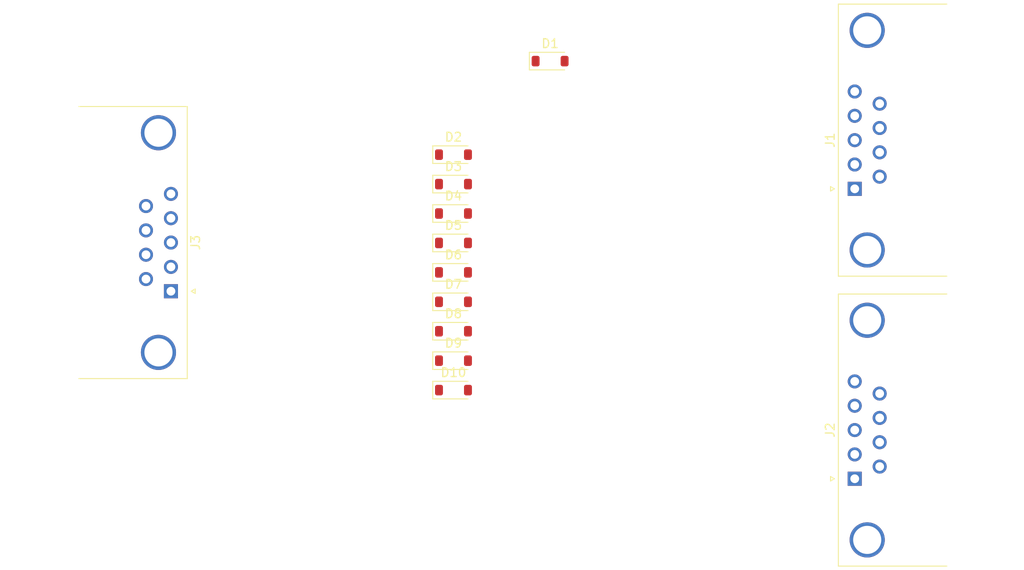
<source format=kicad_pcb>
(kicad_pcb (version 20240108) (generator "pcbnew") (generator_version "8.0")
  (layers (0 "F.Cu" signal) (31 "B.Cu" signal) (34 "B.Paste" user) (35 "F.Paste" user) (36 "B.SilkS" user "B.Silkscreen") (37 "F.SilkS" user "F.Silkscreen") (38 "B.Mask" user) (39 "F.Mask" user) (44 "Edge.Cuts" user))
  (net 0 "")
  (net 12 "Net-(D1-A)")
  (net 13 "Net-(D1-K)")
  (net 14 "Net-(D2-K)")
  (net 15 "Net-(D2-A)")
  (net 16 "Net-(D3-K)")
  (net 17 "Net-(D3-A)")
  (net 18 "Net-(D4-K)")
  (net 19 "Net-(D4-A)")
  (net 20 "Net-(D10-A)")
  (net 21 "Net-(D5-K)")
  (net 22 "Net-(D6-K)")
  (net 23 "Net-(D7-K)")
  (net 24 "Net-(D8-K)")
  (net 25 "Net-(D9-K)")
  (net 26 "Net-(D10-K)")
  (net 27 "Net-(J1-Pad8)")
  (net 28 "Net-(J2-Pad8)")
  (footprint "Diode_SMD:D_SOD-123" (layer "F.Cu") (at 144 89.85)
    (property "Reference" "D4" (at 0 -2 0) (layer "F.SilkS"))
    (property "Value" "1N4148W")
    (fp_line (start -2.36 -1) (end -2.36 1) (stroke (width 0.12)) (layer "F.SilkS"))
    (fp_line (start -2.36 -1) (end 1.65 -1) (stroke (width 0.12)) (layer "F.SilkS"))
    (fp_line (start -2.36 1) (end 1.65 1) (stroke (width 0.12)) (layer "F.SilkS"))
    (pad "1" smd roundrect (at -1.65 0) (size 0.9 1.2) (layers "F.Cu" "F.Paste" "F.Mask") (net 18 "Net-(D4-K)"))
    (pad "2" smd roundrect (at 1.65 0) (size 0.9 1.2) (layers "F.Cu" "F.Paste" "F.Mask") (net 19 "Net-(D4-A)"))
  )
  (footprint "Diode_SMD:D_SOD-123" (layer "F.Cu") (at 144 83.15)
    (property "Reference" "D2" (at 0 -2 0) (layer "F.SilkS"))
    (property "Value" "1N4148W")
    (fp_line (start -2.36 -1) (end -2.36 1) (stroke (width 0.12)) (layer "F.SilkS"))
    (fp_line (start -2.36 -1) (end 1.65 -1) (stroke (width 0.12)) (layer "F.SilkS"))
    (fp_line (start -2.36 1) (end 1.65 1) (stroke (width 0.12)) (layer "F.SilkS"))
    (pad "1" smd roundrect (at -1.65 0) (size 0.9 1.2) (layers "F.Cu" "F.Paste" "F.Mask") (net 14 "Net-(D2-K)"))
    (pad "2" smd roundrect (at 1.65 0) (size 0.9 1.2) (layers "F.Cu" "F.Paste" "F.Mask") (net 15 "Net-(D2-A)"))
  )
  (footprint "Diode_SMD:D_SOD-123" (layer "F.Cu") (at 144 99.9)
    (property "Reference" "D7" (at 0 -2 0) (layer "F.SilkS"))
    (property "Value" "1N4148W")
    (fp_line (start -2.36 -1) (end -2.36 1) (stroke (width 0.12)) (layer "F.SilkS"))
    (fp_line (start -2.36 -1) (end 1.65 -1) (stroke (width 0.12)) (layer "F.SilkS"))
    (fp_line (start -2.36 1) (end 1.65 1) (stroke (width 0.12)) (layer "F.SilkS"))
    (pad "1" smd roundrect (at -1.65 0) (size 0.9 1.2) (layers "F.Cu" "F.Paste" "F.Mask") (net 23 "Net-(D7-K)"))
    (pad "2" smd roundrect (at 1.65 0) (size 0.9 1.2) (layers "F.Cu" "F.Paste" "F.Mask") (net 15 "Net-(D2-A)"))
  )
  (footprint "Diode_SMD:D_SOD-123" (layer "F.Cu") (at 144 86.5)
    (property "Reference" "D3" (at 0 -2 0) (layer "F.SilkS"))
    (property "Value" "1N4148W")
    (fp_line (start -2.36 -1) (end -2.36 1) (stroke (width 0.12)) (layer "F.SilkS"))
    (fp_line (start -2.36 -1) (end 1.65 -1) (stroke (width 0.12)) (layer "F.SilkS"))
    (fp_line (start -2.36 1) (end 1.65 1) (stroke (width 0.12)) (layer "F.SilkS"))
    (pad "1" smd roundrect (at -1.65 0) (size 0.9 1.2) (layers "F.Cu" "F.Paste" "F.Mask") (net 16 "Net-(D3-K)"))
    (pad "2" smd roundrect (at 1.65 0) (size 0.9 1.2) (layers "F.Cu" "F.Paste" "F.Mask") (net 17 "Net-(D3-A)"))
  )
  (footprint "Diode_SMD:D_SOD-123" (layer "F.Cu") (at 144 103.25)
    (property "Reference" "D8" (at 0 -2 0) (layer "F.SilkS"))
    (property "Value" "1N4148W")
    (fp_line (start -2.36 -1) (end -2.36 1) (stroke (width 0.12)) (layer "F.SilkS"))
    (fp_line (start -2.36 -1) (end 1.65 -1) (stroke (width 0.12)) (layer "F.SilkS"))
    (fp_line (start -2.36 1) (end 1.65 1) (stroke (width 0.12)) (layer "F.SilkS"))
    (pad "1" smd roundrect (at -1.65 0) (size 0.9 1.2) (layers "F.Cu" "F.Paste" "F.Mask") (net 24 "Net-(D8-K)"))
    (pad "2" smd roundrect (at 1.65 0) (size 0.9 1.2) (layers "F.Cu" "F.Paste" "F.Mask") (net 17 "Net-(D3-A)"))
  )
  (footprint "Connector_Dsub:DSUB-9_Male_Horizontal_P2.77x2.84mm_EdgePinOffset7.70mm_Housed_MountingHolesOffset9.12mm" (layer "F.Cu") (at 189.674669 87.04 90)
    (property "Reference" "J1" (at 5.54 -2.8 90) (layer "F.SilkS"))
    (property "Value" "DE9_Plug_MountingHoles")
    (fp_line (start 0.25 -2.754338) (end 0 -2.321325) (stroke (width 0.12)) (layer "F.SilkS"))
    (fp_line (start -0.25 -2.754338) (end 0.25 -2.754338) (stroke (width 0.12)) (layer "F.SilkS"))
    (fp_line (start 0 -2.321325) (end -0.25 -2.754338) (stroke (width 0.12)) (layer "F.SilkS"))
    (fp_line (start 21.025 -1.86) (end 21.025 10.48) (stroke (width 0.12)) (layer "F.SilkS"))
    (fp_line (start -9.945 -1.86) (end 21.025 -1.86) (stroke (width 0.12)) (layer "F.SilkS"))
    (fp_line (start -9.945 10.48) (end -9.945 -1.86) (stroke (width 0.12)) (layer "F.SilkS"))
    (pad "0" thru_hole circle (at -6.96 1.42 90) (size 4 4) (drill 3.2) (layers "*.Cu" "*.Mask"))
    (pad "0" thru_hole circle (at 18.04 1.42 90) (size 4 4) (drill 3.2) (layers "*.Cu" "*.Mask"))
    (pad "1" thru_hole rect (at 0 0 90) (size 1.6 1.6) (drill 1) (layers "*.Cu" "*.Mask") (net 21 "Net-(D5-K)"))
    (pad "2" thru_hole circle (at 2.77 0 90) (size 1.6 1.6) (drill 1) (layers "*.Cu" "*.Mask") (net 16 "Net-(D3-K)"))
    (pad "3" thru_hole circle (at 5.54 0 90) (size 1.6 1.6) (drill 1) (layers "*.Cu" "*.Mask") (net 14 "Net-(D2-K)"))
    (pad "4" thru_hole circle (at 8.31 0 90) (size 1.6 1.6) (drill 1) (layers "*.Cu" "*.Mask") (net 13 "Net-(D1-K)"))
    (pad "5" thru_hole circle (at 11.08 0 90) (size 1.6 1.6) (drill 1) (layers "*.Cu" "*.Mask"))
    (pad "6" thru_hole circle (at 1.385 2.84 90) (size 1.6 1.6) (drill 1) (layers "*.Cu" "*.Mask") (net 18 "Net-(D4-K)"))
    (pad "7" thru_hole circle (at 4.155 2.84 90) (size 1.6 1.6) (drill 1) (layers "*.Cu" "*.Mask"))
    (pad "8" thru_hole circle (at 6.925 2.84 90) (size 1.6 1.6) (drill 1) (layers "*.Cu" "*.Mask") (net 27 "Net-(J1-Pad8)"))
    (pad "9" thru_hole circle (at 9.695 2.84 90) (size 1.6 1.6) (drill 1) (layers "*.Cu" "*.Mask"))
  )
  (footprint "Diode_SMD:D_SOD-123" (layer "F.Cu") (at 144 93.2)
    (property "Reference" "D5" (at 0 -2 0) (layer "F.SilkS"))
    (property "Value" "1N4148W")
    (fp_line (start -2.36 -1) (end -2.36 1) (stroke (width 0.12)) (layer "F.SilkS"))
    (fp_line (start -2.36 -1) (end 1.65 -1) (stroke (width 0.12)) (layer "F.SilkS"))
    (fp_line (start -2.36 1) (end 1.65 1) (stroke (width 0.12)) (layer "F.SilkS"))
    (pad "1" smd roundrect (at -1.65 0) (size 0.9 1.2) (layers "F.Cu" "F.Paste" "F.Mask") (net 21 "Net-(D5-K)"))
    (pad "2" smd roundrect (at 1.65 0) (size 0.9 1.2) (layers "F.Cu" "F.Paste" "F.Mask") (net 20 "Net-(D10-A)"))
  )
  (footprint "Connector_Dsub:DSUB-9_Male_Horizontal_P2.77x2.84mm_EdgePinOffset7.70mm_Housed_MountingHolesOffset9.12mm" (layer "F.Cu") (at 189.674669 120.04 90)
    (property "Reference" "J2" (at 5.54 -2.8 90) (layer "F.SilkS"))
    (property "Value" "DE9_Plug_MountingHoles")
    (fp_line (start 0.25 -2.754338) (end 0 -2.321325) (stroke (width 0.12)) (layer "F.SilkS"))
    (fp_line (start -0.25 -2.754338) (end 0.25 -2.754338) (stroke (width 0.12)) (layer "F.SilkS"))
    (fp_line (start 0 -2.321325) (end -0.25 -2.754338) (stroke (width 0.12)) (layer "F.SilkS"))
    (fp_line (start 21.025 -1.86) (end 21.025 10.48) (stroke (width 0.12)) (layer "F.SilkS"))
    (fp_line (start -9.945 -1.86) (end 21.025 -1.86) (stroke (width 0.12)) (layer "F.SilkS"))
    (fp_line (start -9.945 10.48) (end -9.945 -1.86) (stroke (width 0.12)) (layer "F.SilkS"))
    (pad "0" thru_hole circle (at -6.96 1.42 90) (size 4 4) (drill 3.2) (layers "*.Cu" "*.Mask"))
    (pad "0" thru_hole circle (at 18.04 1.42 90) (size 4 4) (drill 3.2) (layers "*.Cu" "*.Mask"))
    (pad "1" thru_hole rect (at 0 0 90) (size 1.6 1.6) (drill 1) (layers "*.Cu" "*.Mask") (net 26 "Net-(D10-K)"))
    (pad "2" thru_hole circle (at 2.77 0 90) (size 1.6 1.6) (drill 1) (layers "*.Cu" "*.Mask") (net 24 "Net-(D8-K)"))
    (pad "3" thru_hole circle (at 5.54 0 90) (size 1.6 1.6) (drill 1) (layers "*.Cu" "*.Mask") (net 23 "Net-(D7-K)"))
    (pad "4" thru_hole circle (at 8.31 0 90) (size 1.6 1.6) (drill 1) (layers "*.Cu" "*.Mask") (net 22 "Net-(D6-K)"))
    (pad "5" thru_hole circle (at 11.08 0 90) (size 1.6 1.6) (drill 1) (layers "*.Cu" "*.Mask"))
    (pad "6" thru_hole circle (at 1.385 2.84 90) (size 1.6 1.6) (drill 1) (layers "*.Cu" "*.Mask") (net 25 "Net-(D9-K)"))
    (pad "7" thru_hole circle (at 4.155 2.84 90) (size 1.6 1.6) (drill 1) (layers "*.Cu" "*.Mask"))
    (pad "8" thru_hole circle (at 6.925 2.84 90) (size 1.6 1.6) (drill 1) (layers "*.Cu" "*.Mask") (net 28 "Net-(J2-Pad8)"))
    (pad "9" thru_hole circle (at 9.695 2.84 90) (size 1.6 1.6) (drill 1) (layers "*.Cu" "*.Mask"))
  )
  (footprint "Diode_SMD:D_SOD-123" (layer "F.Cu") (at 144 109.95)
    (property "Reference" "D10" (at 0 -2 0) (layer "F.SilkS"))
    (property "Value" "1N4148W")
    (fp_line (start -2.36 -1) (end -2.36 1) (stroke (width 0.12)) (layer "F.SilkS"))
    (fp_line (start -2.36 -1) (end 1.65 -1) (stroke (width 0.12)) (layer "F.SilkS"))
    (fp_line (start -2.36 1) (end 1.65 1) (stroke (width 0.12)) (layer "F.SilkS"))
    (pad "1" smd roundrect (at -1.65 0) (size 0.9 1.2) (layers "F.Cu" "F.Paste" "F.Mask") (net 26 "Net-(D10-K)"))
    (pad "2" smd roundrect (at 1.65 0) (size 0.9 1.2) (layers "F.Cu" "F.Paste" "F.Mask") (net 20 "Net-(D10-A)"))
  )
  (footprint "Diode_SMD:D_SOD-123" (layer "F.Cu") (at 155 72.5)
    (property "Reference" "D1" (at 0 -2 0) (layer "F.SilkS"))
    (property "Value" "1N4148W")
    (fp_line (start -2.36 -1) (end -2.36 1) (stroke (width 0.12)) (layer "F.SilkS"))
    (fp_line (start -2.36 -1) (end 1.65 -1) (stroke (width 0.12)) (layer "F.SilkS"))
    (fp_line (start -2.36 1) (end 1.65 1) (stroke (width 0.12)) (layer "F.SilkS"))
    (pad "1" smd roundrect (at -1.65 0) (size 0.9 1.2) (layers "F.Cu" "F.Paste" "F.Mask") (net 13 "Net-(D1-K)"))
    (pad "2" smd roundrect (at 1.65 0) (size 0.9 1.2) (layers "F.Cu" "F.Paste" "F.Mask") (net 12 "Net-(D1-A)"))
  )
  (footprint "Connector_Dsub:DSUB-9_Female_Horizontal_P2.77x2.84mm_EdgePinOffset7.70mm_Housed_MountingHolesOffset9.12mm" (layer "F.Cu") (at 111.84 98.695 -90)
    (property "Reference" "J3" (at -5.54 -2.8 90) (layer "F.SilkS"))
    (property "Value" "DE9_Receptacle_MountingHoles")
    (fp_line (start -21.025 10.48) (end -21.025 -1.86) (stroke (width 0.12)) (layer "F.SilkS"))
    (fp_line (start -21.025 -1.86) (end 9.945 -1.86) (stroke (width 0.12)) (layer "F.SilkS"))
    (fp_line (start 9.945 -1.86) (end 9.945 10.48) (stroke (width 0.12)) (layer "F.SilkS"))
    (fp_line (start 0 -2.321325) (end -0.25 -2.754338) (stroke (width 0.12)) (layer "F.SilkS"))
    (fp_line (start -0.25 -2.754338) (end 0.25 -2.754338) (stroke (width 0.12)) (layer "F.SilkS"))
    (fp_line (start 0.25 -2.754338) (end 0 -2.321325) (stroke (width 0.12)) (layer "F.SilkS"))
    (pad "0" thru_hole circle (at -18.04 1.42 270) (size 4 4) (drill 3.2) (layers "*.Cu" "*.Mask"))
    (pad "0" thru_hole circle (at 6.96 1.42 270) (size 4 4) (drill 3.2) (layers "*.Cu" "*.Mask"))
    (pad "1" thru_hole rect (at 0 0 270) (size 1.6 1.6) (drill 1) (layers "*.Cu" "*.Mask"))
    (pad "2" thru_hole circle (at -2.77 0 270) (size 1.6 1.6) (drill 1) (layers "*.Cu" "*.Mask") (net 28 "Net-(J2-Pad8)"))
    (pad "3" thru_hole circle (at -5.54 0 270) (size 1.6 1.6) (drill 1) (layers "*.Cu" "*.Mask") (net 20 "Net-(D10-A)"))
    (pad "4" thru_hole circle (at -8.31 0 270) (size 1.6 1.6) (drill 1) (layers "*.Cu" "*.Mask") (net 19 "Net-(D4-A)"))
    (pad "5" thru_hole circle (at -11.08 0 270) (size 1.6 1.6) (drill 1) (layers "*.Cu" "*.Mask") (net 15 "Net-(D2-A)"))
    (pad "6" thru_hole circle (at -1.385 2.84 270) (size 1.6 1.6) (drill 1) (layers "*.Cu" "*.Mask"))
    (pad "7" thru_hole circle (at -4.155 2.84 270) (size 1.6 1.6) (drill 1) (layers "*.Cu" "*.Mask") (net 27 "Net-(J1-Pad8)"))
    (pad "8" thru_hole circle (at -6.925 2.84 270) (size 1.6 1.6) (drill 1) (layers "*.Cu" "*.Mask") (net 17 "Net-(D3-A)"))
    (pad "9" thru_hole circle (at -9.695 2.84 270) (size 1.6 1.6) (drill 1) (layers "*.Cu" "*.Mask") (net 12 "Net-(D1-A)"))
  )
  (footprint "Diode_SMD:D_SOD-123" (layer "F.Cu") (at 144 106.6)
    (property "Reference" "D9" (at 0 -2 0) (layer "F.SilkS"))
    (property "Value" "1N4148W")
    (fp_line (start -2.36 -1) (end -2.36 1) (stroke (width 0.12)) (layer "F.SilkS"))
    (fp_line (start -2.36 -1) (end 1.65 -1) (stroke (width 0.12)) (layer "F.SilkS"))
    (fp_line (start -2.36 1) (end 1.65 1) (stroke (width 0.12)) (layer "F.SilkS"))
    (pad "1" smd roundrect (at -1.65 0) (size 0.9 1.2) (layers "F.Cu" "F.Paste" "F.Mask") (net 25 "Net-(D9-K)"))
    (pad "2" smd roundrect (at 1.65 0) (size 0.9 1.2) (layers "F.Cu" "F.Paste" "F.Mask") (net 19 "Net-(D4-A)"))
  )
  (footprint "Diode_SMD:D_SOD-123" (layer "F.Cu") (at 144 96.55)
    (property "Reference" "D6" (at 0 -2 0) (layer "F.SilkS"))
    (property "Value" "1N4148W")
    (fp_line (start -2.36 -1) (end -2.36 1) (stroke (width 0.12)) (layer "F.SilkS"))
    (fp_line (start -2.36 -1) (end 1.65 -1) (stroke (width 0.12)) (layer "F.SilkS"))
    (fp_line (start -2.36 1) (end 1.65 1) (stroke (width 0.12)) (layer "F.SilkS"))
    (pad "1" smd roundrect (at -1.65 0) (size 0.9 1.2) (layers "F.Cu" "F.Paste" "F.Mask") (net 22 "Net-(D6-K)"))
    (pad "2" smd roundrect (at 1.65 0) (size 0.9 1.2) (layers "F.Cu" "F.Paste" "F.Mask") (net 12 "Net-(D1-A)"))
  )
)
</source>
